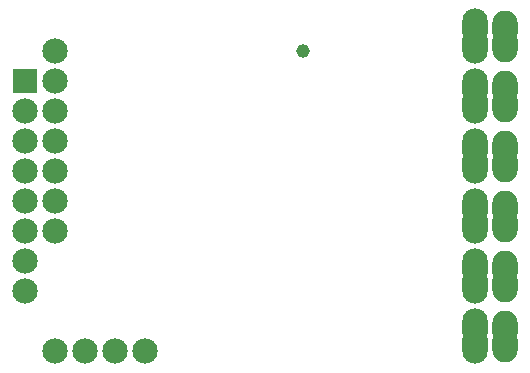
<source format=gbs>
G04*
G04 #@! TF.GenerationSoftware,Altium Limited,Altium Designer,22.5.1 (42)*
G04*
G04 Layer_Color=16711935*
%FSLAX44Y44*%
%MOMM*%
G71*
G04*
G04 #@! TF.SameCoordinates,A46AD673-58F9-48DA-A448-B45004F78B62*
G04*
G04*
G04 #@! TF.FilePolarity,Negative*
G04*
G01*
G75*
%ADD31C,2.1500*%
%ADD32O,2.1500X3.1500*%
%ADD33O,2.1500X2.9500*%
%ADD34R,2.1500X2.1500*%
%ADD36C,1.1500*%
D31*
X25400Y152400D02*
D03*
Y127000D02*
D03*
Y101600D02*
D03*
Y76200D02*
D03*
Y50800D02*
D03*
Y25400D02*
D03*
Y0D02*
D03*
Y-101600D02*
D03*
X50800D02*
D03*
X76200D02*
D03*
X101600D02*
D03*
X0Y101600D02*
D03*
Y-50800D02*
D03*
Y25400D02*
D03*
Y50800D02*
D03*
Y76200D02*
D03*
Y-25400D02*
D03*
Y0D02*
D03*
D32*
X381000Y172700D02*
D03*
Y157500D02*
D03*
Y121900D02*
D03*
Y106700D02*
D03*
Y71100D02*
D03*
Y55900D02*
D03*
Y20300D02*
D03*
Y5100D02*
D03*
Y-30500D02*
D03*
Y-45700D02*
D03*
Y-81300D02*
D03*
Y-96500D02*
D03*
D33*
X406400Y157900D02*
D03*
Y172300D02*
D03*
Y5500D02*
D03*
Y-45300D02*
D03*
Y-30900D02*
D03*
Y121500D02*
D03*
Y107100D02*
D03*
Y56300D02*
D03*
Y70700D02*
D03*
Y19900D02*
D03*
Y-96100D02*
D03*
Y-81700D02*
D03*
D34*
X0Y127000D02*
D03*
D36*
X234930Y152970D02*
D03*
M02*

</source>
